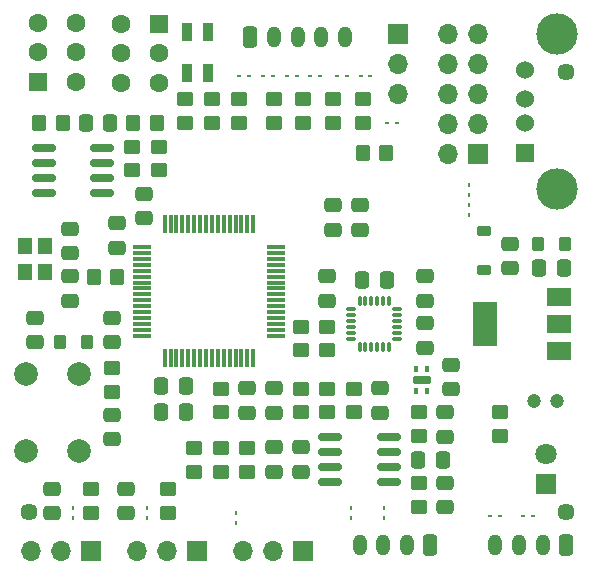
<source format=gbr>
%TF.GenerationSoftware,KiCad,Pcbnew,7.0.5*%
%TF.CreationDate,2023-08-23T03:28:24+02:00*%
%TF.ProjectId,STM32_DevBoard,53544d33-325f-4446-9576-426f6172642e,rev?*%
%TF.SameCoordinates,Original*%
%TF.FileFunction,Soldermask,Top*%
%TF.FilePolarity,Negative*%
%FSLAX46Y46*%
G04 Gerber Fmt 4.6, Leading zero omitted, Abs format (unit mm)*
G04 Created by KiCad (PCBNEW 7.0.5) date 2023-08-23 03:28:24*
%MOMM*%
%LPD*%
G01*
G04 APERTURE LIST*
G04 Aperture macros list*
%AMRoundRect*
0 Rectangle with rounded corners*
0 $1 Rounding radius*
0 $2 $3 $4 $5 $6 $7 $8 $9 X,Y pos of 4 corners*
0 Add a 4 corners polygon primitive as box body*
4,1,4,$2,$3,$4,$5,$6,$7,$8,$9,$2,$3,0*
0 Add four circle primitives for the rounded corners*
1,1,$1+$1,$2,$3*
1,1,$1+$1,$4,$5*
1,1,$1+$1,$6,$7*
1,1,$1+$1,$8,$9*
0 Add four rect primitives between the rounded corners*
20,1,$1+$1,$2,$3,$4,$5,0*
20,1,$1+$1,$4,$5,$6,$7,0*
20,1,$1+$1,$6,$7,$8,$9,0*
20,1,$1+$1,$8,$9,$2,$3,0*%
G04 Aperture macros list end*
%ADD10R,1.524000X1.524000*%
%ADD11C,1.524000*%
%ADD12C,3.500000*%
%ADD13RoundRect,0.250000X-0.350000X-0.650000X0.350000X-0.650000X0.350000X0.650000X-0.350000X0.650000X0*%
%ADD14O,1.200000X1.800000*%
%ADD15RoundRect,0.250000X0.350000X0.650000X-0.350000X0.650000X-0.350000X-0.650000X0.350000X-0.650000X0*%
%ADD16C,1.448000*%
%ADD17RoundRect,0.062500X-0.117500X-0.062500X0.117500X-0.062500X0.117500X0.062500X-0.117500X0.062500X0*%
%ADD18RoundRect,0.250000X0.275000X0.350000X-0.275000X0.350000X-0.275000X-0.350000X0.275000X-0.350000X0*%
%ADD19R,0.850000X1.600000*%
%ADD20C,1.800000*%
%ADD21R,1.800000X1.800000*%
%ADD22R,1.600000X1.600000*%
%ADD23C,1.600000*%
%ADD24RoundRect,0.150000X-0.825000X-0.150000X0.825000X-0.150000X0.825000X0.150000X-0.825000X0.150000X0*%
%ADD25RoundRect,0.062500X0.062500X-0.117500X0.062500X0.117500X-0.062500X0.117500X-0.062500X-0.117500X0*%
%ADD26RoundRect,0.250000X-0.475000X0.337500X-0.475000X-0.337500X0.475000X-0.337500X0.475000X0.337500X0*%
%ADD27RoundRect,0.250000X0.337500X0.475000X-0.337500X0.475000X-0.337500X-0.475000X0.337500X-0.475000X0*%
%ADD28RoundRect,0.225000X0.375000X-0.225000X0.375000X0.225000X-0.375000X0.225000X-0.375000X-0.225000X0*%
%ADD29RoundRect,0.250000X0.450000X-0.350000X0.450000X0.350000X-0.450000X0.350000X-0.450000X-0.350000X0*%
%ADD30RoundRect,0.250000X-0.450000X0.350000X-0.450000X-0.350000X0.450000X-0.350000X0.450000X0.350000X0*%
%ADD31R,1.700000X1.700000*%
%ADD32O,1.700000X1.700000*%
%ADD33RoundRect,0.250000X0.475000X-0.337500X0.475000X0.337500X-0.475000X0.337500X-0.475000X-0.337500X0*%
%ADD34R,2.000000X1.500000*%
%ADD35R,2.000000X3.800000*%
%ADD36RoundRect,0.250000X-0.337500X-0.475000X0.337500X-0.475000X0.337500X0.475000X-0.337500X0.475000X0*%
%ADD37C,1.200000*%
%ADD38RoundRect,0.062500X-0.062500X0.117500X-0.062500X-0.117500X0.062500X-0.117500X0.062500X0.117500X0*%
%ADD39C,2.000000*%
%ADD40RoundRect,0.250000X-0.350000X-0.450000X0.350000X-0.450000X0.350000X0.450000X-0.350000X0.450000X0*%
%ADD41RoundRect,0.075000X-0.700000X-0.075000X0.700000X-0.075000X0.700000X0.075000X-0.700000X0.075000X0*%
%ADD42RoundRect,0.075000X-0.075000X-0.700000X0.075000X-0.700000X0.075000X0.700000X-0.075000X0.700000X0*%
%ADD43RoundRect,0.087500X-0.087500X0.187500X-0.087500X-0.187500X0.087500X-0.187500X0.087500X0.187500X0*%
%ADD44RoundRect,0.175000X-0.625000X0.175000X-0.625000X-0.175000X0.625000X-0.175000X0.625000X0.175000X0*%
%ADD45RoundRect,0.062500X0.117500X0.062500X-0.117500X0.062500X-0.117500X-0.062500X0.117500X-0.062500X0*%
%ADD46R,1.200000X1.400000*%
%ADD47RoundRect,0.075000X0.075000X-0.350000X0.075000X0.350000X-0.075000X0.350000X-0.075000X-0.350000X0*%
%ADD48RoundRect,0.075000X0.350000X0.075000X-0.350000X0.075000X-0.350000X-0.075000X0.350000X-0.075000X0*%
G04 APERTURE END LIST*
D10*
%TO.C,J5*%
X174000000Y-78300000D03*
D11*
X174000000Y-75800000D03*
X174000000Y-73800000D03*
X174000000Y-71300000D03*
D12*
X176710000Y-81370000D03*
X176710000Y-68230000D03*
%TD*%
D13*
%TO.C,J8*%
X150750000Y-68550000D03*
D14*
X152750000Y-68550000D03*
X154750000Y-68550000D03*
X156750000Y-68550000D03*
X158750000Y-68550000D03*
%TD*%
D15*
%TO.C,J1*%
X177500000Y-111550000D03*
D14*
X175500000Y-111550000D03*
X173500000Y-111550000D03*
X171500000Y-111550000D03*
%TD*%
%TO.C,J10*%
X160000000Y-111550000D03*
X162000000Y-111550000D03*
X164000000Y-111550000D03*
D15*
X166000000Y-111550000D03*
%TD*%
D16*
%TO.C,H4*%
X177500000Y-71500000D03*
%TD*%
%TO.C,H4*%
X177500000Y-108750000D03*
%TD*%
%TO.C,H4*%
X132000000Y-108750000D03*
%TD*%
D17*
%TO.C,D20*%
X174670000Y-109050000D03*
X173830000Y-109050000D03*
%TD*%
D18*
%TO.C,FB1*%
X136900000Y-94300000D03*
X134600000Y-94300000D03*
%TD*%
D19*
%TO.C,D1*%
X145375000Y-71550000D03*
X147125000Y-71550000D03*
X147125000Y-68050000D03*
X145375000Y-68050000D03*
%TD*%
D20*
%TO.C,D2*%
X175750000Y-103785000D03*
D21*
X175750000Y-106325000D03*
%TD*%
D22*
%TO.C,SW3*%
X132750000Y-72300000D03*
D23*
X132750000Y-69800000D03*
X132750000Y-67300000D03*
X135950000Y-72300000D03*
X135950000Y-69800000D03*
X135950000Y-67300000D03*
%TD*%
D24*
%TO.C,U4*%
X133275000Y-77895000D03*
X133275000Y-79165000D03*
X133275000Y-80435000D03*
X133275000Y-81705000D03*
X138225000Y-81705000D03*
X138225000Y-80435000D03*
X138225000Y-79165000D03*
X138225000Y-77895000D03*
%TD*%
D25*
%TO.C,D18*%
X162050000Y-108380000D03*
X162050000Y-109220000D03*
%TD*%
D18*
%TO.C,FB2*%
X177400000Y-86050000D03*
X175100000Y-86050000D03*
%TD*%
D26*
%TO.C,C28*%
X167250000Y-100262500D03*
X167250000Y-102337500D03*
%TD*%
D27*
%TO.C,C4*%
X145287500Y-98050000D03*
X143212500Y-98050000D03*
%TD*%
D28*
%TO.C,D24*%
X170500000Y-88200000D03*
X170500000Y-84900000D03*
%TD*%
D29*
%TO.C,R7*%
X155250000Y-75800000D03*
X155250000Y-73800000D03*
%TD*%
D30*
%TO.C,R27*%
X148250000Y-98300000D03*
X148250000Y-100300000D03*
%TD*%
D29*
%TO.C,R11*%
X171900000Y-102300000D03*
X171900000Y-100300000D03*
%TD*%
D17*
%TO.C,D4*%
X152670000Y-71800000D03*
X151830000Y-71800000D03*
%TD*%
D25*
%TO.C,D13*%
X149500000Y-108830000D03*
X149500000Y-109670000D03*
%TD*%
D26*
%TO.C,C10*%
X150500000Y-98262500D03*
X150500000Y-100337500D03*
%TD*%
D22*
%TO.C,SW1*%
X143000000Y-67392500D03*
D23*
X143000000Y-69892500D03*
X143000000Y-72392500D03*
X139800000Y-67392500D03*
X139800000Y-69892500D03*
X139800000Y-72392500D03*
%TD*%
D30*
%TO.C,R16*%
X159500000Y-98300000D03*
X159500000Y-100300000D03*
%TD*%
%TO.C,R9*%
X155000000Y-98300000D03*
X155000000Y-100300000D03*
%TD*%
D31*
%TO.C,J3*%
X146250000Y-112050000D03*
D32*
X143710000Y-112050000D03*
X141170000Y-112050000D03*
%TD*%
D26*
%TO.C,C5*%
X152750000Y-98262500D03*
X152750000Y-100337500D03*
%TD*%
D33*
%TO.C,C31*%
X161750000Y-100337500D03*
X161750000Y-98262500D03*
%TD*%
D34*
%TO.C,U8*%
X176900000Y-95100000D03*
X176900000Y-92800000D03*
D35*
X170600000Y-92800000D03*
D34*
X176900000Y-90500000D03*
%TD*%
D36*
%TO.C,C29*%
X164962500Y-104300000D03*
X167037500Y-104300000D03*
%TD*%
D33*
%TO.C,C9*%
X160000000Y-84837500D03*
X160000000Y-82762500D03*
%TD*%
D17*
%TO.C,D10*%
X163170000Y-75800000D03*
X162330000Y-75800000D03*
%TD*%
D37*
%TO.C,C14*%
X174750000Y-99300000D03*
X176750000Y-99300000D03*
%TD*%
D33*
%TO.C,C27*%
X155000000Y-105337500D03*
X155000000Y-103262500D03*
%TD*%
D26*
%TO.C,C22*%
X172750000Y-86012500D03*
X172750000Y-88087500D03*
%TD*%
D25*
%TO.C,D7*%
X142000000Y-108380000D03*
X142000000Y-109220000D03*
%TD*%
D30*
%TO.C,R17*%
X146000000Y-103300000D03*
X146000000Y-105300000D03*
%TD*%
D38*
%TO.C,D6*%
X169300000Y-83550000D03*
X169300000Y-82710000D03*
%TD*%
D26*
%TO.C,C30*%
X167250000Y-106262500D03*
X167250000Y-108337500D03*
%TD*%
D30*
%TO.C,R3*%
X139000000Y-96550000D03*
X139000000Y-98550000D03*
%TD*%
D39*
%TO.C,SW2*%
X131750000Y-103550000D03*
X131750000Y-97050000D03*
X136250000Y-103550000D03*
X136250000Y-97050000D03*
%TD*%
D33*
%TO.C,C19*%
X165500000Y-94837500D03*
X165500000Y-92762500D03*
%TD*%
%TO.C,C1*%
X139500000Y-86337500D03*
X139500000Y-84262500D03*
%TD*%
%TO.C,C8*%
X132500000Y-94337500D03*
X132500000Y-92262500D03*
%TD*%
D30*
%TO.C,R24*%
X143000000Y-77800000D03*
X143000000Y-79800000D03*
%TD*%
D27*
%TO.C,C20*%
X162287500Y-89050000D03*
X160212500Y-89050000D03*
%TD*%
D33*
%TO.C,C26*%
X152750000Y-105337500D03*
X152750000Y-103262500D03*
%TD*%
D31*
%TO.C,J6*%
X170000000Y-78375000D03*
D32*
X167460000Y-78375000D03*
X170000000Y-75835000D03*
X167460000Y-75835000D03*
X170000000Y-73295000D03*
X167460000Y-73295000D03*
X170000000Y-70755000D03*
X167460000Y-70755000D03*
X170000000Y-68215000D03*
X167460000Y-68215000D03*
%TD*%
D40*
%TO.C,R8*%
X132850000Y-75800000D03*
X134850000Y-75800000D03*
%TD*%
D31*
%TO.C,J12*%
X137250000Y-112050000D03*
D32*
X134710000Y-112050000D03*
X132170000Y-112050000D03*
%TD*%
D29*
%TO.C,R15*%
X165000000Y-108300000D03*
X165000000Y-106300000D03*
%TD*%
D33*
%TO.C,C15*%
X165500000Y-90837500D03*
X165500000Y-88762500D03*
%TD*%
D41*
%TO.C,U3*%
X141575000Y-86300000D03*
X141575000Y-86800000D03*
X141575000Y-87300000D03*
X141575000Y-87800000D03*
X141575000Y-88300000D03*
X141575000Y-88800000D03*
X141575000Y-89300000D03*
X141575000Y-89800000D03*
X141575000Y-90300000D03*
X141575000Y-90800000D03*
X141575000Y-91300000D03*
X141575000Y-91800000D03*
X141575000Y-92300000D03*
X141575000Y-92800000D03*
X141575000Y-93300000D03*
X141575000Y-93800000D03*
D42*
X143500000Y-95725000D03*
X144000000Y-95725000D03*
X144500000Y-95725000D03*
X145000000Y-95725000D03*
X145500000Y-95725000D03*
X146000000Y-95725000D03*
X146500000Y-95725000D03*
X147000000Y-95725000D03*
X147500000Y-95725000D03*
X148000000Y-95725000D03*
X148500000Y-95725000D03*
X149000000Y-95725000D03*
X149500000Y-95725000D03*
X150000000Y-95725000D03*
X150500000Y-95725000D03*
X151000000Y-95725000D03*
D41*
X152925000Y-93800000D03*
X152925000Y-93300000D03*
X152925000Y-92800000D03*
X152925000Y-92300000D03*
X152925000Y-91800000D03*
X152925000Y-91300000D03*
X152925000Y-90800000D03*
X152925000Y-90300000D03*
X152925000Y-89800000D03*
X152925000Y-89300000D03*
X152925000Y-88800000D03*
X152925000Y-88300000D03*
X152925000Y-87800000D03*
X152925000Y-87300000D03*
X152925000Y-86800000D03*
X152925000Y-86300000D03*
D42*
X151000000Y-84375000D03*
X150500000Y-84375000D03*
X150000000Y-84375000D03*
X149500000Y-84375000D03*
X149000000Y-84375000D03*
X148500000Y-84375000D03*
X148000000Y-84375000D03*
X147500000Y-84375000D03*
X147000000Y-84375000D03*
X146500000Y-84375000D03*
X146000000Y-84375000D03*
X145500000Y-84375000D03*
X145000000Y-84375000D03*
X144500000Y-84375000D03*
X144000000Y-84375000D03*
X143500000Y-84375000D03*
%TD*%
D24*
%TO.C,U6*%
X157525000Y-102395000D03*
X157525000Y-103665000D03*
X157525000Y-104935000D03*
X157525000Y-106205000D03*
X162475000Y-106205000D03*
X162475000Y-104935000D03*
X162475000Y-103665000D03*
X162475000Y-102395000D03*
%TD*%
D31*
%TO.C,J11*%
X155250000Y-112050000D03*
D32*
X152710000Y-112050000D03*
X150170000Y-112050000D03*
%TD*%
D30*
%TO.C,R14*%
X157250000Y-98300000D03*
X157250000Y-100300000D03*
%TD*%
D40*
%TO.C,R2*%
X140850000Y-75800000D03*
X142850000Y-75800000D03*
%TD*%
D30*
%TO.C,R28*%
X150500000Y-103300000D03*
X150500000Y-105300000D03*
%TD*%
D29*
%TO.C,R19*%
X160250000Y-75800000D03*
X160250000Y-73800000D03*
%TD*%
D43*
%TO.C,U2*%
X165750000Y-96625000D03*
X164750000Y-96625000D03*
X164750000Y-98475000D03*
X165750000Y-98475000D03*
D44*
X165250000Y-97550000D03*
%TD*%
D45*
%TO.C,D11*%
X160080000Y-71800000D03*
X160920000Y-71800000D03*
%TD*%
D17*
%TO.C,D8*%
X154670000Y-71800000D03*
X153830000Y-71800000D03*
%TD*%
D33*
%TO.C,C7*%
X139000000Y-94337500D03*
X139000000Y-92262500D03*
%TD*%
D30*
%TO.C,R23*%
X140750000Y-77800000D03*
X140750000Y-79800000D03*
%TD*%
D27*
%TO.C,C18*%
X138887500Y-75800000D03*
X136812500Y-75800000D03*
%TD*%
D46*
%TO.C,Y1*%
X131650000Y-86200000D03*
X131650000Y-88400000D03*
X133350000Y-88400000D03*
X133350000Y-86200000D03*
%TD*%
D33*
%TO.C,C11*%
X135500000Y-86837500D03*
X135500000Y-84762500D03*
%TD*%
D29*
%TO.C,R21*%
X152750000Y-75800000D03*
X152750000Y-73800000D03*
%TD*%
D40*
%TO.C,R1*%
X137500000Y-88800000D03*
X139500000Y-88800000D03*
%TD*%
D25*
%TO.C,D5*%
X169300000Y-81050000D03*
X169300000Y-81890000D03*
%TD*%
D29*
%TO.C,R26*%
X155000000Y-95050000D03*
X155000000Y-93050000D03*
%TD*%
%TO.C,R4*%
X145250000Y-75800000D03*
X145250000Y-73800000D03*
%TD*%
D30*
%TO.C,R10*%
X143750000Y-106800000D03*
X143750000Y-108800000D03*
%TD*%
D31*
%TO.C,J9*%
X163250000Y-68260000D03*
D32*
X163250000Y-70800000D03*
X163250000Y-73340000D03*
%TD*%
D17*
%TO.C,D9*%
X156670000Y-71800000D03*
X155830000Y-71800000D03*
%TD*%
D26*
%TO.C,C23*%
X140250000Y-106762500D03*
X140250000Y-108837500D03*
%TD*%
D29*
%TO.C,R25*%
X157250000Y-95050000D03*
X157250000Y-93050000D03*
%TD*%
D47*
%TO.C,U1*%
X160000000Y-94750000D03*
X160500000Y-94750000D03*
X161000000Y-94750000D03*
X161500000Y-94750000D03*
X162000000Y-94750000D03*
X162500000Y-94750000D03*
D48*
X163200000Y-94050000D03*
X163200000Y-93550000D03*
X163200000Y-93050000D03*
X163200000Y-92550000D03*
X163200000Y-92050000D03*
X163200000Y-91550000D03*
D47*
X162500000Y-90850000D03*
X162000000Y-90850000D03*
X161500000Y-90850000D03*
X161000000Y-90850000D03*
X160500000Y-90850000D03*
X160000000Y-90850000D03*
D48*
X159300000Y-91550000D03*
X159300000Y-92050000D03*
X159300000Y-92550000D03*
X159300000Y-93050000D03*
X159300000Y-93550000D03*
X159300000Y-94050000D03*
%TD*%
D25*
%TO.C,D17*%
X159250000Y-108380000D03*
X159250000Y-109220000D03*
%TD*%
D33*
%TO.C,C2*%
X157750000Y-84837500D03*
X157750000Y-82762500D03*
%TD*%
D25*
%TO.C,D22*%
X135750000Y-108380000D03*
X135750000Y-109220000D03*
%TD*%
D30*
%TO.C,R22*%
X148250000Y-103300000D03*
X148250000Y-105300000D03*
%TD*%
D17*
%TO.C,D3*%
X150670000Y-71800000D03*
X149830000Y-71800000D03*
%TD*%
D26*
%TO.C,C13*%
X139000000Y-100512500D03*
X139000000Y-102587500D03*
%TD*%
D45*
%TO.C,D15*%
X171080000Y-109050000D03*
X171920000Y-109050000D03*
%TD*%
D29*
%TO.C,R18*%
X157750000Y-75800000D03*
X157750000Y-73800000D03*
%TD*%
D26*
%TO.C,C12*%
X135500000Y-88762500D03*
X135500000Y-90837500D03*
%TD*%
%TO.C,C17*%
X167750000Y-96262500D03*
X167750000Y-98337500D03*
%TD*%
D33*
%TO.C,C16*%
X157250000Y-90837500D03*
X157250000Y-88762500D03*
%TD*%
%TO.C,C3*%
X141750000Y-83837500D03*
X141750000Y-81762500D03*
%TD*%
D29*
%TO.C,R13*%
X165000000Y-102300000D03*
X165000000Y-100300000D03*
%TD*%
D27*
%TO.C,C6*%
X145287500Y-100300000D03*
X143212500Y-100300000D03*
%TD*%
%TO.C,C33*%
X177287500Y-88050000D03*
X175212500Y-88050000D03*
%TD*%
D45*
%TO.C,D12*%
X158080000Y-71800000D03*
X158920000Y-71800000D03*
%TD*%
D26*
%TO.C,C25*%
X134000000Y-106762500D03*
X134000000Y-108837500D03*
%TD*%
D30*
%TO.C,R12*%
X137250000Y-106800000D03*
X137250000Y-108800000D03*
%TD*%
D40*
%TO.C,R20*%
X160250000Y-78350000D03*
X162250000Y-78350000D03*
%TD*%
D29*
%TO.C,R5*%
X147500000Y-75800000D03*
X147500000Y-73800000D03*
%TD*%
%TO.C,R6*%
X149750000Y-75800000D03*
X149750000Y-73800000D03*
%TD*%
M02*

</source>
